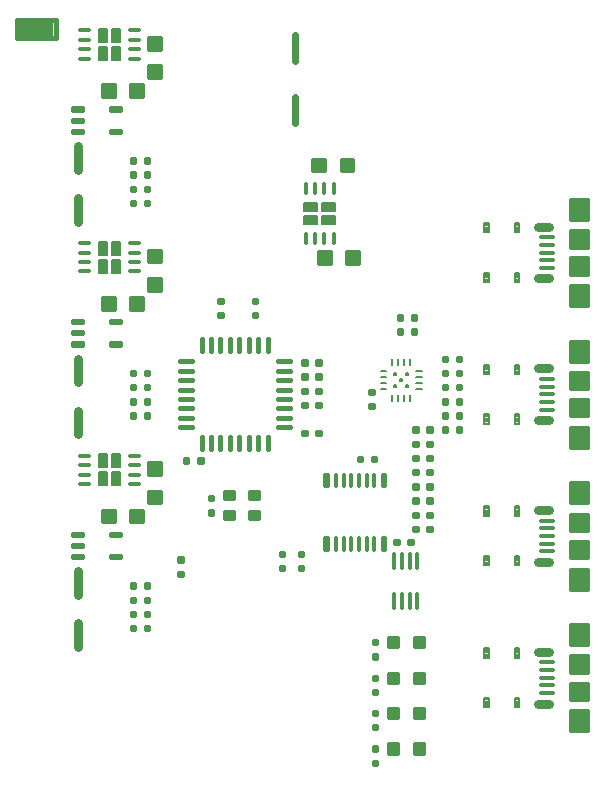
<source format=gtp>
G75*
%MOIN*%
%OFA0B0*%
%FSLAX25Y25*%
%IPPOS*%
%LPD*%
%AMOC8*
5,1,8,0,0,1.08239X$1,22.5*
%
%ADD10C,0.01575*%
%ADD11C,0.00787*%
%ADD12R,0.00787X0.00787*%
%ADD13C,0.03150*%
%ADD14C,0.01181*%
%ADD15R,0.05906X0.06693*%
%ADD16R,0.05906X0.05512*%
%ADD17R,0.03543X0.01181*%
%ADD18R,0.01181X0.01181*%
%ADD19R,0.03937X0.03937*%
%ADD20C,0.02362*%
%ADD21R,0.03150X0.03150*%
%ADD22R,0.04331X0.02756*%
%ADD23R,0.02756X0.04331*%
%ADD24R,0.11811X0.04724*%
%ADD25R,0.03543X0.02756*%
D10*
X0352556Y0188433D02*
X0352556Y0188827D01*
X0355312Y0188827D01*
X0355312Y0188433D01*
X0352556Y0188433D01*
X0352556Y0192173D02*
X0352556Y0192567D01*
X0355312Y0192567D01*
X0355312Y0192173D01*
X0352556Y0192173D01*
X0352556Y0195913D02*
X0352556Y0196307D01*
X0355312Y0196307D01*
X0355312Y0195913D01*
X0352556Y0195913D01*
X0362398Y0200441D02*
X0362398Y0203984D01*
X0365942Y0203984D01*
X0365942Y0200441D01*
X0362398Y0200441D01*
X0365154Y0196307D02*
X0367910Y0196307D01*
X0367910Y0195913D01*
X0365154Y0195913D01*
X0365154Y0196307D01*
X0365154Y0188827D02*
X0367910Y0188827D01*
X0367910Y0188433D01*
X0365154Y0188433D01*
X0365154Y0188827D01*
X0372044Y0179378D02*
X0372831Y0179378D01*
X0372831Y0178591D01*
X0372044Y0178591D01*
X0372044Y0179378D01*
X0376768Y0179378D02*
X0377556Y0179378D01*
X0377556Y0178591D01*
X0376768Y0178591D01*
X0376768Y0179378D01*
X0376768Y0174654D02*
X0377556Y0174654D01*
X0377556Y0173866D01*
X0376768Y0173866D01*
X0376768Y0174654D01*
X0372831Y0174654D02*
X0372831Y0173866D01*
X0372044Y0173866D01*
X0372044Y0174654D01*
X0372831Y0174654D01*
X0372831Y0169929D02*
X0372831Y0169142D01*
X0372044Y0169142D01*
X0372044Y0169929D01*
X0372831Y0169929D01*
X0376768Y0169929D02*
X0377556Y0169929D01*
X0377556Y0169142D01*
X0376768Y0169142D01*
X0376768Y0169929D01*
X0376768Y0165205D02*
X0377556Y0165205D01*
X0377556Y0164417D01*
X0376768Y0164417D01*
X0376768Y0165205D01*
X0372831Y0165205D02*
X0372831Y0164417D01*
X0372044Y0164417D01*
X0372044Y0165205D01*
X0372831Y0165205D01*
X0387792Y0182528D02*
X0387792Y0183315D01*
X0388579Y0183315D01*
X0388579Y0182528D01*
X0387792Y0182528D01*
X0387792Y0187252D02*
X0387792Y0188039D01*
X0388579Y0188039D01*
X0388579Y0187252D01*
X0387792Y0187252D01*
X0375390Y0200441D02*
X0371847Y0200441D01*
X0371847Y0203984D01*
X0375390Y0203984D01*
X0375390Y0200441D01*
X0377753Y0206740D02*
X0377753Y0210283D01*
X0381296Y0210283D01*
X0381296Y0206740D01*
X0377753Y0206740D01*
X0377753Y0216189D02*
X0377753Y0219732D01*
X0381296Y0219732D01*
X0381296Y0216189D01*
X0377753Y0216189D01*
X0389760Y0220323D02*
X0389760Y0221110D01*
X0390548Y0221110D01*
X0390548Y0220323D01*
X0389760Y0220323D01*
X0394485Y0220323D02*
X0394485Y0221110D01*
X0395272Y0221110D01*
X0395272Y0220323D01*
X0394485Y0220323D01*
X0395272Y0224457D02*
X0395272Y0228394D01*
X0398422Y0228394D02*
X0398422Y0224457D01*
X0401572Y0224457D02*
X0401572Y0228394D01*
X0404721Y0228394D02*
X0404721Y0224457D01*
X0407871Y0224457D02*
X0407871Y0228394D01*
X0411020Y0228394D02*
X0411020Y0224457D01*
X0414170Y0224457D02*
X0414170Y0228394D01*
X0417320Y0228394D02*
X0417320Y0224457D01*
X0429131Y0229378D02*
X0429131Y0230165D01*
X0429918Y0230165D01*
X0429918Y0229378D01*
X0429131Y0229378D01*
X0433855Y0229378D02*
X0433855Y0230165D01*
X0434642Y0230165D01*
X0434642Y0229378D01*
X0433855Y0229378D01*
X0424603Y0231740D02*
X0420666Y0231740D01*
X0420666Y0234890D02*
X0424603Y0234890D01*
X0424603Y0238039D02*
X0420666Y0238039D01*
X0420666Y0241189D02*
X0424603Y0241189D01*
X0424603Y0244339D02*
X0420666Y0244339D01*
X0420666Y0247488D02*
X0424603Y0247488D01*
X0424603Y0250638D02*
X0420666Y0250638D01*
X0420666Y0253787D02*
X0424603Y0253787D01*
X0429131Y0253787D02*
X0429131Y0253000D01*
X0429918Y0253000D01*
X0429918Y0253787D01*
X0429131Y0253787D01*
X0433855Y0253787D02*
X0433855Y0253000D01*
X0434642Y0253000D01*
X0434642Y0253787D01*
X0433855Y0253787D01*
X0433855Y0249063D02*
X0433855Y0248276D01*
X0434642Y0248276D01*
X0434642Y0249063D01*
X0433855Y0249063D01*
X0429918Y0249063D02*
X0429918Y0248276D01*
X0429131Y0248276D01*
X0429131Y0249063D01*
X0429918Y0249063D01*
X0429918Y0244339D02*
X0429918Y0243551D01*
X0429131Y0243551D01*
X0429131Y0244339D01*
X0429918Y0244339D01*
X0433855Y0244339D02*
X0433855Y0243551D01*
X0434642Y0243551D01*
X0434642Y0244339D01*
X0433855Y0244339D01*
X0433855Y0239614D02*
X0433855Y0238827D01*
X0434642Y0238827D01*
X0434642Y0239614D01*
X0433855Y0239614D01*
X0429918Y0239614D02*
X0429918Y0238827D01*
X0429131Y0238827D01*
X0429131Y0239614D01*
X0429918Y0239614D01*
X0451572Y0239220D02*
X0452359Y0239220D01*
X0452359Y0238433D01*
X0451572Y0238433D01*
X0451572Y0239220D01*
X0451572Y0243157D02*
X0451572Y0243945D01*
X0452359Y0243945D01*
X0452359Y0243157D01*
X0451572Y0243157D01*
X0466138Y0231346D02*
X0466926Y0231346D01*
X0466926Y0230559D01*
X0466138Y0230559D01*
X0466138Y0231346D01*
X0466138Y0226622D02*
X0466138Y0225835D01*
X0466926Y0225835D01*
X0466926Y0226622D01*
X0466138Y0226622D01*
X0466138Y0221898D02*
X0466926Y0221898D01*
X0466926Y0221110D01*
X0466138Y0221110D01*
X0466138Y0221898D01*
X0466138Y0217173D02*
X0466138Y0216386D01*
X0466926Y0216386D01*
X0466926Y0217173D01*
X0466138Y0217173D01*
X0466138Y0212449D02*
X0466926Y0212449D01*
X0466926Y0211661D01*
X0466138Y0211661D01*
X0466138Y0212449D01*
X0466138Y0207724D02*
X0466138Y0206937D01*
X0466926Y0206937D01*
X0466926Y0207724D01*
X0466138Y0207724D01*
X0466138Y0203000D02*
X0466926Y0203000D01*
X0466926Y0202213D01*
X0466138Y0202213D01*
X0466138Y0203000D01*
X0466138Y0198276D02*
X0466138Y0197488D01*
X0466926Y0197488D01*
X0466926Y0198276D01*
X0466138Y0198276D01*
X0465351Y0193945D02*
X0465351Y0193157D01*
X0464564Y0193157D01*
X0464564Y0193945D01*
X0465351Y0193945D01*
X0460627Y0193945D02*
X0460627Y0193157D01*
X0459839Y0193157D01*
X0459839Y0193945D01*
X0460627Y0193945D01*
X0470863Y0197488D02*
X0470863Y0198276D01*
X0471650Y0198276D01*
X0471650Y0197488D01*
X0470863Y0197488D01*
X0470863Y0202213D02*
X0470863Y0203000D01*
X0471650Y0203000D01*
X0471650Y0202213D01*
X0470863Y0202213D01*
X0470863Y0206937D02*
X0470863Y0207724D01*
X0471650Y0207724D01*
X0471650Y0206937D01*
X0470863Y0206937D01*
X0470863Y0211661D02*
X0470863Y0212449D01*
X0471650Y0212449D01*
X0471650Y0211661D01*
X0470863Y0211661D01*
X0470863Y0216386D02*
X0470863Y0217173D01*
X0471650Y0217173D01*
X0471650Y0216386D01*
X0470863Y0216386D01*
X0470863Y0221110D02*
X0470863Y0221898D01*
X0471650Y0221898D01*
X0471650Y0221110D01*
X0470863Y0221110D01*
X0470863Y0225835D02*
X0470863Y0226622D01*
X0471650Y0226622D01*
X0471650Y0225835D01*
X0470863Y0225835D01*
X0470863Y0230559D02*
X0470863Y0231346D01*
X0471650Y0231346D01*
X0471650Y0230559D01*
X0470863Y0230559D01*
X0475981Y0230559D02*
X0475981Y0231346D01*
X0476768Y0231346D01*
X0476768Y0230559D01*
X0475981Y0230559D01*
X0480705Y0230559D02*
X0480705Y0231346D01*
X0481493Y0231346D01*
X0481493Y0230559D01*
X0480705Y0230559D01*
X0480705Y0235283D02*
X0480705Y0236071D01*
X0481493Y0236071D01*
X0481493Y0235283D01*
X0480705Y0235283D01*
X0476768Y0235283D02*
X0476768Y0236071D01*
X0475981Y0236071D01*
X0475981Y0235283D01*
X0476768Y0235283D01*
X0476768Y0240008D02*
X0476768Y0240795D01*
X0475981Y0240795D01*
X0475981Y0240008D01*
X0476768Y0240008D01*
X0480705Y0240008D02*
X0480705Y0240795D01*
X0481493Y0240795D01*
X0481493Y0240008D01*
X0480705Y0240008D01*
X0480705Y0244732D02*
X0480705Y0245520D01*
X0481493Y0245520D01*
X0481493Y0244732D01*
X0480705Y0244732D01*
X0476768Y0244732D02*
X0476768Y0245520D01*
X0475981Y0245520D01*
X0475981Y0244732D01*
X0476768Y0244732D01*
X0476768Y0249457D02*
X0476768Y0250244D01*
X0475981Y0250244D01*
X0475981Y0249457D01*
X0476768Y0249457D01*
X0480705Y0249457D02*
X0480705Y0250244D01*
X0481493Y0250244D01*
X0481493Y0249457D01*
X0480705Y0249457D01*
X0480705Y0254181D02*
X0480705Y0254969D01*
X0481493Y0254969D01*
X0481493Y0254181D01*
X0480705Y0254181D01*
X0476768Y0254181D02*
X0476768Y0254969D01*
X0475981Y0254969D01*
X0475981Y0254181D01*
X0476768Y0254181D01*
X0466532Y0263236D02*
X0465745Y0263236D01*
X0465745Y0264024D01*
X0466532Y0264024D01*
X0466532Y0263236D01*
X0461808Y0263236D02*
X0461020Y0263236D01*
X0461020Y0264024D01*
X0461808Y0264024D01*
X0461808Y0263236D01*
X0461808Y0267961D02*
X0461020Y0267961D01*
X0461020Y0268748D01*
X0461808Y0268748D01*
X0461808Y0267961D01*
X0465745Y0267961D02*
X0465745Y0268748D01*
X0466532Y0268748D01*
X0466532Y0267961D01*
X0465745Y0267961D01*
X0447438Y0286661D02*
X0443894Y0286661D01*
X0443894Y0290205D01*
X0447438Y0290205D01*
X0447438Y0286661D01*
X0437989Y0286661D02*
X0434446Y0286661D01*
X0434446Y0290205D01*
X0437989Y0290205D01*
X0437989Y0286661D01*
X0413383Y0274260D02*
X0412595Y0274260D01*
X0412595Y0273472D01*
X0413383Y0273472D01*
X0413383Y0274260D01*
X0413383Y0269535D02*
X0412595Y0269535D01*
X0412595Y0268748D01*
X0413383Y0268748D01*
X0413383Y0269535D01*
X0414170Y0261071D02*
X0414170Y0257134D01*
X0417320Y0257134D02*
X0417320Y0261071D01*
X0411020Y0261071D02*
X0411020Y0257134D01*
X0407871Y0257134D02*
X0407871Y0261071D01*
X0404721Y0261071D02*
X0404721Y0257134D01*
X0401572Y0257134D02*
X0401572Y0261071D01*
X0398422Y0261071D02*
X0398422Y0257134D01*
X0395272Y0257134D02*
X0395272Y0261071D01*
X0401178Y0268748D02*
X0401178Y0269535D01*
X0401965Y0269535D01*
X0401965Y0268748D01*
X0401178Y0268748D01*
X0401178Y0273472D02*
X0401178Y0274260D01*
X0401965Y0274260D01*
X0401965Y0273472D01*
X0401178Y0273472D01*
X0381296Y0277606D02*
X0381296Y0281150D01*
X0377753Y0281150D01*
X0377753Y0277606D01*
X0381296Y0277606D01*
X0375390Y0274850D02*
X0375390Y0271307D01*
X0371847Y0271307D01*
X0371847Y0274850D01*
X0375390Y0274850D01*
X0365942Y0274850D02*
X0365942Y0271307D01*
X0362398Y0271307D01*
X0362398Y0274850D01*
X0365942Y0274850D01*
X0365154Y0267173D02*
X0367910Y0267173D01*
X0367910Y0266780D01*
X0365154Y0266780D01*
X0365154Y0267173D01*
X0355312Y0267173D02*
X0352556Y0267173D01*
X0352556Y0266780D01*
X0355312Y0266780D01*
X0355312Y0267173D01*
X0355312Y0263433D02*
X0352556Y0263433D01*
X0352556Y0263039D01*
X0355312Y0263039D01*
X0355312Y0263433D01*
X0355312Y0259693D02*
X0352556Y0259693D01*
X0352556Y0259299D01*
X0355312Y0259299D01*
X0355312Y0259693D01*
X0365154Y0259693D02*
X0367910Y0259693D01*
X0367910Y0259299D01*
X0365154Y0259299D01*
X0365154Y0259693D01*
X0372044Y0250244D02*
X0372044Y0249457D01*
X0372831Y0249457D01*
X0372831Y0250244D01*
X0372044Y0250244D01*
X0372044Y0245520D02*
X0372831Y0245520D01*
X0372831Y0244732D01*
X0372044Y0244732D01*
X0372044Y0245520D01*
X0376768Y0245520D02*
X0377556Y0245520D01*
X0377556Y0244732D01*
X0376768Y0244732D01*
X0376768Y0245520D01*
X0376768Y0249457D02*
X0376768Y0250244D01*
X0377556Y0250244D01*
X0377556Y0249457D01*
X0376768Y0249457D01*
X0376768Y0240795D02*
X0377556Y0240795D01*
X0377556Y0240008D01*
X0376768Y0240008D01*
X0376768Y0240795D01*
X0372831Y0240795D02*
X0372831Y0240008D01*
X0372044Y0240008D01*
X0372044Y0240795D01*
X0372831Y0240795D01*
X0372831Y0236071D02*
X0372831Y0235283D01*
X0372044Y0235283D01*
X0372044Y0236071D01*
X0372831Y0236071D01*
X0376768Y0236071D02*
X0376768Y0235283D01*
X0377556Y0235283D01*
X0377556Y0236071D01*
X0376768Y0236071D01*
X0387989Y0234890D02*
X0391926Y0234890D01*
X0391926Y0238039D02*
X0387989Y0238039D01*
X0387989Y0241189D02*
X0391926Y0241189D01*
X0391926Y0244339D02*
X0387989Y0244339D01*
X0387989Y0247488D02*
X0391926Y0247488D01*
X0391926Y0250638D02*
X0387989Y0250638D01*
X0387989Y0253787D02*
X0391926Y0253787D01*
X0391926Y0231740D02*
X0387989Y0231740D01*
X0398028Y0208512D02*
X0398816Y0208512D01*
X0398816Y0207724D01*
X0398028Y0207724D01*
X0398028Y0208512D01*
X0398028Y0203787D02*
X0398816Y0203787D01*
X0398816Y0203000D01*
X0398028Y0203000D01*
X0398028Y0203787D01*
X0403146Y0203394D02*
X0403146Y0201425D01*
X0405902Y0201425D01*
X0405902Y0203394D01*
X0403146Y0203394D01*
X0403146Y0208118D02*
X0403146Y0210087D01*
X0405902Y0210087D01*
X0405902Y0208118D01*
X0403146Y0208118D01*
X0411414Y0208118D02*
X0411414Y0210087D01*
X0414170Y0210087D01*
X0414170Y0208118D01*
X0411414Y0208118D01*
X0411414Y0203394D02*
X0411414Y0201425D01*
X0414170Y0201425D01*
X0414170Y0203394D01*
X0411414Y0203394D01*
X0421650Y0190008D02*
X0422438Y0190008D01*
X0422438Y0189220D01*
X0421650Y0189220D01*
X0421650Y0190008D01*
X0421650Y0185283D02*
X0422438Y0185283D01*
X0422438Y0184496D01*
X0421650Y0184496D01*
X0421650Y0185283D01*
X0427949Y0185283D02*
X0428737Y0185283D01*
X0428737Y0184496D01*
X0427949Y0184496D01*
X0427949Y0185283D01*
X0427949Y0189220D02*
X0427949Y0190008D01*
X0428737Y0190008D01*
X0428737Y0189220D01*
X0427949Y0189220D01*
X0447635Y0220717D02*
X0447635Y0221504D01*
X0448422Y0221504D01*
X0448422Y0220717D01*
X0447635Y0220717D01*
X0452359Y0220717D02*
X0452359Y0221504D01*
X0453146Y0221504D01*
X0453146Y0220717D01*
X0452359Y0220717D01*
X0518304Y0225244D02*
X0523816Y0225244D01*
X0523816Y0231543D01*
X0518304Y0231543D01*
X0518304Y0225244D01*
X0518304Y0235677D02*
X0523816Y0235677D01*
X0523816Y0240795D01*
X0518304Y0240795D01*
X0518304Y0235677D01*
X0518304Y0244732D02*
X0518304Y0249850D01*
X0523816Y0249850D01*
X0523816Y0244732D01*
X0518304Y0244732D01*
X0518304Y0253984D02*
X0523816Y0253984D01*
X0523816Y0260283D01*
X0518304Y0260283D01*
X0518304Y0253984D01*
X0518304Y0272488D02*
X0523816Y0272488D01*
X0523816Y0278787D01*
X0518304Y0278787D01*
X0518304Y0272488D01*
X0518304Y0282921D02*
X0523816Y0282921D01*
X0523816Y0288039D01*
X0518304Y0288039D01*
X0518304Y0282921D01*
X0518304Y0291976D02*
X0518304Y0297094D01*
X0523816Y0297094D01*
X0523816Y0291976D01*
X0518304Y0291976D01*
X0518304Y0301228D02*
X0523816Y0301228D01*
X0523816Y0307528D01*
X0518304Y0307528D01*
X0518304Y0301228D01*
X0445469Y0317370D02*
X0441926Y0317370D01*
X0441926Y0320913D01*
X0445469Y0320913D01*
X0445469Y0317370D01*
X0436020Y0317370D02*
X0436020Y0320913D01*
X0432477Y0320913D01*
X0432477Y0317370D01*
X0436020Y0317370D01*
X0381296Y0290598D02*
X0381296Y0287055D01*
X0377753Y0287055D01*
X0377753Y0290598D01*
X0381296Y0290598D01*
X0377556Y0306150D02*
X0376768Y0306150D01*
X0376768Y0306937D01*
X0377556Y0306937D01*
X0377556Y0306150D01*
X0377556Y0310874D02*
X0377556Y0311661D01*
X0376768Y0311661D01*
X0376768Y0310874D01*
X0377556Y0310874D01*
X0377556Y0315598D02*
X0377556Y0316386D01*
X0376768Y0316386D01*
X0376768Y0315598D01*
X0377556Y0315598D01*
X0372831Y0315598D02*
X0372831Y0316386D01*
X0372044Y0316386D01*
X0372044Y0315598D01*
X0372831Y0315598D01*
X0372831Y0311661D02*
X0372831Y0310874D01*
X0372044Y0310874D01*
X0372044Y0311661D01*
X0372831Y0311661D01*
X0372831Y0306937D02*
X0372831Y0306150D01*
X0372044Y0306150D01*
X0372044Y0306937D01*
X0372831Y0306937D01*
X0372831Y0320323D02*
X0372044Y0320323D01*
X0372044Y0321110D01*
X0372831Y0321110D01*
X0372831Y0320323D01*
X0376768Y0320323D02*
X0376768Y0321110D01*
X0377556Y0321110D01*
X0377556Y0320323D01*
X0376768Y0320323D01*
X0367910Y0330165D02*
X0365154Y0330165D01*
X0365154Y0330559D01*
X0367910Y0330559D01*
X0367910Y0330165D01*
X0367910Y0337646D02*
X0365154Y0337646D01*
X0365154Y0338039D01*
X0367910Y0338039D01*
X0367910Y0337646D01*
X0365942Y0342173D02*
X0362398Y0342173D01*
X0362398Y0345717D01*
X0365942Y0345717D01*
X0365942Y0342173D01*
X0371847Y0342173D02*
X0371847Y0345717D01*
X0375390Y0345717D01*
X0375390Y0342173D01*
X0371847Y0342173D01*
X0377753Y0348472D02*
X0377753Y0352016D01*
X0381296Y0352016D01*
X0381296Y0348472D01*
X0377753Y0348472D01*
X0377753Y0357921D02*
X0377753Y0361465D01*
X0381296Y0361465D01*
X0381296Y0357921D01*
X0377753Y0357921D01*
X0346650Y0361465D02*
X0346650Y0367370D01*
X0333658Y0367370D01*
X0333658Y0361465D01*
X0346650Y0361465D01*
X0352556Y0338039D02*
X0355312Y0338039D01*
X0355312Y0337646D01*
X0352556Y0337646D01*
X0352556Y0338039D01*
X0352556Y0334299D02*
X0355312Y0334299D01*
X0355312Y0333906D01*
X0352556Y0333906D01*
X0352556Y0334299D01*
X0352556Y0330559D02*
X0355312Y0330559D01*
X0355312Y0330165D01*
X0352556Y0330165D01*
X0352556Y0330559D01*
X0518304Y0213039D02*
X0523816Y0213039D01*
X0523816Y0206740D01*
X0518304Y0206740D01*
X0518304Y0213039D01*
X0518304Y0202606D02*
X0523816Y0202606D01*
X0523816Y0197488D01*
X0518304Y0197488D01*
X0518304Y0202606D01*
X0518304Y0193551D02*
X0523816Y0193551D01*
X0523816Y0188433D01*
X0518304Y0188433D01*
X0518304Y0193551D01*
X0518304Y0184299D02*
X0523816Y0184299D01*
X0523816Y0178000D01*
X0518304Y0178000D01*
X0518304Y0184299D01*
X0518304Y0165795D02*
X0523816Y0165795D01*
X0523816Y0159496D01*
X0518304Y0159496D01*
X0518304Y0165795D01*
X0518304Y0155362D02*
X0523816Y0155362D01*
X0523816Y0150244D01*
X0518304Y0150244D01*
X0518304Y0155362D01*
X0518304Y0146307D02*
X0523816Y0146307D01*
X0523816Y0141189D01*
X0518304Y0141189D01*
X0518304Y0146307D01*
X0518304Y0137055D02*
X0523816Y0137055D01*
X0523816Y0130756D01*
X0518304Y0130756D01*
X0518304Y0137055D01*
X0469091Y0137843D02*
X0469091Y0135087D01*
X0466335Y0135087D01*
X0466335Y0137843D01*
X0469091Y0137843D01*
X0460430Y0137843D02*
X0460430Y0135087D01*
X0457674Y0135087D01*
X0457674Y0137843D01*
X0460430Y0137843D01*
X0453540Y0136858D02*
X0452753Y0136858D01*
X0452753Y0136071D01*
X0453540Y0136071D01*
X0453540Y0136858D01*
X0453540Y0132134D02*
X0452753Y0132134D01*
X0452753Y0131346D01*
X0453540Y0131346D01*
X0453540Y0132134D01*
X0453540Y0125047D02*
X0452753Y0125047D01*
X0452753Y0124260D01*
X0453540Y0124260D01*
X0453540Y0125047D01*
X0457674Y0126031D02*
X0460430Y0126031D01*
X0460430Y0123276D01*
X0457674Y0123276D01*
X0457674Y0126031D01*
X0453540Y0120323D02*
X0452753Y0120323D01*
X0452753Y0119535D01*
X0453540Y0119535D01*
X0453540Y0120323D01*
X0466335Y0123276D02*
X0466335Y0126031D01*
X0469091Y0126031D01*
X0469091Y0123276D01*
X0466335Y0123276D01*
X0466335Y0146898D02*
X0466335Y0149654D01*
X0469091Y0149654D01*
X0469091Y0146898D01*
X0466335Y0146898D01*
X0460430Y0146898D02*
X0457674Y0146898D01*
X0457674Y0149654D01*
X0460430Y0149654D01*
X0460430Y0146898D01*
X0453540Y0147882D02*
X0452753Y0147882D01*
X0452753Y0148669D01*
X0453540Y0148669D01*
X0453540Y0147882D01*
X0453540Y0143945D02*
X0452753Y0143945D01*
X0452753Y0143157D01*
X0453540Y0143157D01*
X0453540Y0143945D01*
X0453540Y0154969D02*
X0452753Y0154969D01*
X0452753Y0155756D01*
X0453540Y0155756D01*
X0453540Y0154969D01*
X0453540Y0159693D02*
X0452753Y0159693D01*
X0452753Y0160480D01*
X0453540Y0160480D01*
X0453540Y0159693D01*
X0457674Y0158709D02*
X0457674Y0161465D01*
X0460430Y0161465D01*
X0460430Y0158709D01*
X0457674Y0158709D01*
X0466335Y0158709D02*
X0466335Y0161465D01*
X0469091Y0161465D01*
X0469091Y0158709D01*
X0466335Y0158709D01*
D11*
X0489367Y0158118D02*
X0489367Y0154969D01*
X0490942Y0154969D01*
X0490942Y0158118D01*
X0489367Y0158118D01*
X0489367Y0157550D02*
X0490942Y0157550D01*
X0490942Y0156764D02*
X0489367Y0156764D01*
X0489367Y0155978D02*
X0490942Y0155978D01*
X0490942Y0155192D02*
X0489367Y0155192D01*
X0499603Y0155192D02*
X0501178Y0155192D01*
X0501178Y0154969D02*
X0499603Y0154969D01*
X0499603Y0158118D01*
X0501178Y0158118D01*
X0501178Y0154969D01*
X0501178Y0155978D02*
X0499603Y0155978D01*
X0499603Y0156764D02*
X0501178Y0156764D01*
X0501178Y0157550D02*
X0499603Y0157550D01*
X0499603Y0141583D02*
X0501178Y0141583D01*
X0501178Y0138433D01*
X0499603Y0138433D01*
X0499603Y0141583D01*
X0499603Y0141046D02*
X0501178Y0141046D01*
X0501178Y0140260D02*
X0499603Y0140260D01*
X0499603Y0139474D02*
X0501178Y0139474D01*
X0501178Y0138688D02*
X0499603Y0138688D01*
X0490942Y0138688D02*
X0489367Y0138688D01*
X0489367Y0138433D02*
X0490942Y0138433D01*
X0490942Y0141583D01*
X0489367Y0141583D01*
X0489367Y0138433D01*
X0489367Y0139474D02*
X0490942Y0139474D01*
X0490942Y0140260D02*
X0489367Y0140260D01*
X0489367Y0141046D02*
X0490942Y0141046D01*
X0490942Y0185677D02*
X0489367Y0185677D01*
X0489367Y0188827D01*
X0490942Y0188827D01*
X0490942Y0185677D01*
X0490942Y0185843D02*
X0489367Y0185843D01*
X0489367Y0186629D02*
X0490942Y0186629D01*
X0490942Y0187415D02*
X0489367Y0187415D01*
X0489367Y0188201D02*
X0490942Y0188201D01*
X0499603Y0188201D02*
X0501178Y0188201D01*
X0501178Y0188827D02*
X0501178Y0185677D01*
X0499603Y0185677D01*
X0499603Y0188827D01*
X0501178Y0188827D01*
X0501178Y0187415D02*
X0499603Y0187415D01*
X0499603Y0186629D02*
X0501178Y0186629D01*
X0501178Y0185843D02*
X0499603Y0185843D01*
X0499603Y0202213D02*
X0501178Y0202213D01*
X0501178Y0205362D01*
X0499603Y0205362D01*
X0499603Y0202213D01*
X0499603Y0202347D02*
X0501178Y0202347D01*
X0501178Y0203133D02*
X0499603Y0203133D01*
X0499603Y0203919D02*
X0501178Y0203919D01*
X0501178Y0204705D02*
X0499603Y0204705D01*
X0490942Y0204705D02*
X0489367Y0204705D01*
X0489367Y0205362D02*
X0490942Y0205362D01*
X0490942Y0202213D01*
X0489367Y0202213D01*
X0489367Y0205362D01*
X0489367Y0203919D02*
X0490942Y0203919D01*
X0490942Y0203133D02*
X0489367Y0203133D01*
X0489367Y0202347D02*
X0490942Y0202347D01*
X0490942Y0232921D02*
X0489367Y0232921D01*
X0489367Y0236071D01*
X0490942Y0236071D01*
X0490942Y0232921D01*
X0490942Y0232998D02*
X0489367Y0232998D01*
X0489367Y0233784D02*
X0490942Y0233784D01*
X0490942Y0234570D02*
X0489367Y0234570D01*
X0489367Y0235356D02*
X0490942Y0235356D01*
X0499603Y0235356D02*
X0501178Y0235356D01*
X0501178Y0236071D02*
X0501178Y0232921D01*
X0499603Y0232921D01*
X0499603Y0236071D01*
X0501178Y0236071D01*
X0501178Y0234570D02*
X0499603Y0234570D01*
X0499603Y0233784D02*
X0501178Y0233784D01*
X0501178Y0232998D02*
X0499603Y0232998D01*
X0499603Y0249457D02*
X0501178Y0249457D01*
X0501178Y0252606D01*
X0499603Y0252606D01*
X0499603Y0249457D01*
X0499603Y0249502D02*
X0501178Y0249502D01*
X0501178Y0250288D02*
X0499603Y0250288D01*
X0499603Y0251074D02*
X0501178Y0251074D01*
X0501178Y0251860D02*
X0499603Y0251860D01*
X0490942Y0251860D02*
X0489367Y0251860D01*
X0489367Y0252606D02*
X0490942Y0252606D01*
X0490942Y0249457D01*
X0489367Y0249457D01*
X0489367Y0252606D01*
X0489367Y0251074D02*
X0490942Y0251074D01*
X0490942Y0250288D02*
X0489367Y0250288D01*
X0489367Y0249502D02*
X0490942Y0249502D01*
X0468698Y0250441D02*
X0466729Y0250441D01*
X0466729Y0248472D02*
X0468698Y0248472D01*
X0468698Y0246504D02*
X0466729Y0246504D01*
X0466729Y0244535D02*
X0468698Y0244535D01*
X0464760Y0242567D02*
X0464760Y0240598D01*
X0462792Y0240598D02*
X0462792Y0242567D01*
X0460823Y0242567D02*
X0460823Y0240598D01*
X0458855Y0240598D02*
X0458855Y0242567D01*
X0459446Y0245126D02*
X0459446Y0245913D01*
X0460233Y0245913D01*
X0460233Y0245126D01*
X0459446Y0245126D01*
X0456886Y0244535D02*
X0454918Y0244535D01*
X0454918Y0246504D02*
X0456886Y0246504D01*
X0456886Y0248472D02*
X0454918Y0248472D01*
X0454918Y0250441D02*
X0456886Y0250441D01*
X0459446Y0249850D02*
X0459446Y0249063D01*
X0460233Y0249063D01*
X0460233Y0249850D01*
X0459446Y0249850D01*
X0458855Y0252409D02*
X0458855Y0254378D01*
X0460823Y0254378D02*
X0460823Y0252409D01*
X0462792Y0252409D02*
X0462792Y0254378D01*
X0464760Y0254378D02*
X0464760Y0252409D01*
X0464170Y0249850D02*
X0464170Y0249063D01*
X0463383Y0249063D01*
X0463383Y0249850D01*
X0464170Y0249850D01*
X0462201Y0247882D02*
X0462201Y0247094D01*
X0461414Y0247094D01*
X0461414Y0247882D01*
X0462201Y0247882D01*
X0463383Y0245913D02*
X0463383Y0245126D01*
X0464170Y0245126D01*
X0464170Y0245913D01*
X0463383Y0245913D01*
X0489367Y0280165D02*
X0490942Y0280165D01*
X0490942Y0283315D01*
X0489367Y0283315D01*
X0489367Y0280165D01*
X0489367Y0280939D02*
X0490942Y0280939D01*
X0490942Y0281724D02*
X0489367Y0281724D01*
X0489367Y0282510D02*
X0490942Y0282510D01*
X0490942Y0283296D02*
X0489367Y0283296D01*
X0499603Y0283296D02*
X0501178Y0283296D01*
X0501178Y0283315D02*
X0501178Y0280165D01*
X0499603Y0280165D01*
X0499603Y0283315D01*
X0501178Y0283315D01*
X0501178Y0282510D02*
X0499603Y0282510D01*
X0499603Y0281724D02*
X0501178Y0281724D01*
X0501178Y0280939D02*
X0499603Y0280939D01*
X0499603Y0296701D02*
X0501178Y0296701D01*
X0501178Y0299850D01*
X0499603Y0299850D01*
X0499603Y0296701D01*
X0499603Y0297443D02*
X0501178Y0297443D01*
X0501178Y0298229D02*
X0499603Y0298229D01*
X0499603Y0299015D02*
X0501178Y0299015D01*
X0501178Y0299800D02*
X0499603Y0299800D01*
X0490942Y0299800D02*
X0489367Y0299800D01*
X0489367Y0299850D02*
X0490942Y0299850D01*
X0490942Y0296701D01*
X0489367Y0296701D01*
X0489367Y0299850D01*
X0489367Y0299015D02*
X0490942Y0299015D01*
X0490942Y0298229D02*
X0489367Y0298229D01*
X0489367Y0297443D02*
X0490942Y0297443D01*
X0439760Y0299457D02*
X0439760Y0302213D01*
X0435430Y0302213D01*
X0435430Y0299457D01*
X0439760Y0299457D01*
X0439760Y0303787D02*
X0439760Y0306543D01*
X0435430Y0306543D01*
X0435430Y0303787D01*
X0439760Y0303787D01*
X0433855Y0303787D02*
X0433855Y0306543D01*
X0429524Y0306543D01*
X0429524Y0303787D01*
X0433855Y0303787D01*
X0433855Y0302213D02*
X0433855Y0299457D01*
X0429524Y0299457D01*
X0429524Y0302213D01*
X0433855Y0302213D01*
X0368107Y0293551D02*
X0368107Y0289220D01*
X0365351Y0289220D01*
X0365351Y0293551D01*
X0368107Y0293551D01*
X0363776Y0293551D02*
X0363776Y0289220D01*
X0361020Y0289220D01*
X0361020Y0293551D01*
X0363776Y0293551D01*
X0363776Y0287646D02*
X0363776Y0283315D01*
X0361020Y0283315D01*
X0361020Y0287646D01*
X0363776Y0287646D01*
X0365351Y0287646D02*
X0368107Y0287646D01*
X0368107Y0283315D01*
X0365351Y0283315D01*
X0365351Y0287646D01*
X0365351Y0222685D02*
X0368107Y0222685D01*
X0368107Y0218354D01*
X0365351Y0218354D01*
X0365351Y0222685D01*
X0363776Y0222685D02*
X0363776Y0218354D01*
X0361020Y0218354D01*
X0361020Y0222685D01*
X0363776Y0222685D01*
X0363776Y0216780D02*
X0363776Y0212449D01*
X0361020Y0212449D01*
X0361020Y0216780D01*
X0363776Y0216780D01*
X0365351Y0216780D02*
X0368107Y0216780D01*
X0368107Y0212449D01*
X0365351Y0212449D01*
X0365351Y0216780D01*
X0365351Y0354181D02*
X0368107Y0354181D01*
X0368107Y0358512D01*
X0365351Y0358512D01*
X0365351Y0354181D01*
X0363776Y0354181D02*
X0361020Y0354181D01*
X0361020Y0358512D01*
X0363776Y0358512D01*
X0363776Y0354181D01*
X0363776Y0360087D02*
X0361020Y0360087D01*
X0361020Y0364417D01*
X0363776Y0364417D01*
X0363776Y0360087D01*
X0365351Y0360087D02*
X0368107Y0360087D01*
X0368107Y0364417D01*
X0365351Y0364417D01*
X0365351Y0360087D01*
D12*
X0459839Y0249457D03*
X0461808Y0247488D03*
X0463776Y0245520D03*
X0463776Y0249457D03*
X0459839Y0245520D03*
D13*
X0353934Y0166386D02*
X0353934Y0158512D01*
X0353934Y0175835D02*
X0353934Y0183709D01*
X0353934Y0229378D02*
X0353934Y0237252D01*
X0353934Y0246701D02*
X0353934Y0254575D01*
X0353934Y0300244D02*
X0353934Y0308118D01*
X0353934Y0317567D02*
X0353934Y0325441D01*
X0507379Y0298669D02*
X0511119Y0298669D01*
X0511119Y0281346D02*
X0507379Y0281346D01*
X0507379Y0251425D02*
X0511119Y0251425D01*
X0511119Y0234102D02*
X0507379Y0234102D01*
X0507379Y0204181D02*
X0511119Y0204181D01*
X0511119Y0186858D02*
X0507379Y0186858D01*
X0507379Y0156937D02*
X0511119Y0156937D01*
X0511119Y0139614D02*
X0507379Y0139614D01*
D14*
X0508461Y0143157D02*
X0512398Y0143157D01*
X0512398Y0145717D02*
X0508461Y0145717D01*
X0508461Y0148276D02*
X0512398Y0148276D01*
X0512398Y0150835D02*
X0508461Y0150835D01*
X0508461Y0153394D02*
X0512398Y0153394D01*
X0467221Y0171504D02*
X0467221Y0176228D01*
X0464662Y0176228D02*
X0464662Y0171504D01*
X0462103Y0171504D02*
X0462103Y0176228D01*
X0459544Y0176228D02*
X0459544Y0171504D01*
X0459544Y0184890D02*
X0459544Y0189614D01*
X0462103Y0189614D02*
X0462103Y0184890D01*
X0464662Y0184890D02*
X0464662Y0189614D01*
X0467221Y0189614D02*
X0467221Y0184890D01*
X0456394Y0190795D02*
X0455607Y0190795D01*
X0455607Y0194732D01*
X0456394Y0194732D01*
X0456394Y0190795D01*
X0452851Y0190795D02*
X0452851Y0194732D01*
X0450292Y0194732D02*
X0450292Y0190795D01*
X0447733Y0190795D02*
X0447733Y0194732D01*
X0445174Y0194732D02*
X0445174Y0190795D01*
X0442615Y0190795D02*
X0442615Y0194732D01*
X0440056Y0194732D02*
X0440056Y0190795D01*
X0437300Y0190795D02*
X0436512Y0190795D01*
X0436512Y0194732D01*
X0437300Y0194732D01*
X0437300Y0190795D01*
X0437300Y0212055D02*
X0436512Y0212055D01*
X0436512Y0215992D01*
X0437300Y0215992D01*
X0437300Y0212055D01*
X0440056Y0212055D02*
X0440056Y0215992D01*
X0442615Y0215992D02*
X0442615Y0212055D01*
X0445174Y0212055D02*
X0445174Y0215992D01*
X0447733Y0215992D02*
X0447733Y0212055D01*
X0450292Y0212055D02*
X0450292Y0215992D01*
X0452851Y0215992D02*
X0452851Y0212055D01*
X0455607Y0212055D02*
X0456394Y0212055D01*
X0456394Y0215992D01*
X0455607Y0215992D01*
X0455607Y0212055D01*
X0508461Y0200638D02*
X0512398Y0200638D01*
X0512398Y0198079D02*
X0508461Y0198079D01*
X0508461Y0195520D02*
X0512398Y0195520D01*
X0512398Y0192961D02*
X0508461Y0192961D01*
X0508461Y0190402D02*
X0512398Y0190402D01*
X0512398Y0237646D02*
X0508461Y0237646D01*
X0508461Y0240205D02*
X0512398Y0240205D01*
X0512398Y0242764D02*
X0508461Y0242764D01*
X0508461Y0245323D02*
X0512398Y0245323D01*
X0512398Y0247882D02*
X0508461Y0247882D01*
X0508461Y0284890D02*
X0512398Y0284890D01*
X0512398Y0287449D02*
X0508461Y0287449D01*
X0508461Y0290008D02*
X0512398Y0290008D01*
X0512398Y0292567D02*
X0508461Y0292567D01*
X0508461Y0295126D02*
X0512398Y0295126D01*
X0439367Y0296307D02*
X0439367Y0293157D01*
X0436217Y0293157D02*
X0436217Y0296307D01*
X0433068Y0296307D02*
X0433068Y0293157D01*
X0429918Y0293157D02*
X0429918Y0296307D01*
X0429918Y0309693D02*
X0429918Y0312843D01*
X0433068Y0312843D02*
X0433068Y0309693D01*
X0436217Y0309693D02*
X0436217Y0312843D01*
X0439367Y0312843D02*
X0439367Y0309693D01*
X0374406Y0293157D02*
X0371257Y0293157D01*
X0371257Y0290008D02*
X0374406Y0290008D01*
X0374406Y0286858D02*
X0371257Y0286858D01*
X0371257Y0283709D02*
X0374406Y0283709D01*
X0357871Y0283709D02*
X0354721Y0283709D01*
X0354721Y0286858D02*
X0357871Y0286858D01*
X0357871Y0290008D02*
X0354721Y0290008D01*
X0354721Y0293157D02*
X0357871Y0293157D01*
X0357871Y0354575D02*
X0354721Y0354575D01*
X0354721Y0357724D02*
X0357871Y0357724D01*
X0357871Y0360874D02*
X0354721Y0360874D01*
X0354721Y0364024D02*
X0357871Y0364024D01*
X0371257Y0364024D02*
X0374406Y0364024D01*
X0374406Y0360874D02*
X0371257Y0360874D01*
X0371257Y0357724D02*
X0374406Y0357724D01*
X0374406Y0354575D02*
X0371257Y0354575D01*
X0371257Y0222291D02*
X0374406Y0222291D01*
X0374406Y0219142D02*
X0371257Y0219142D01*
X0371257Y0215992D02*
X0374406Y0215992D01*
X0374406Y0212843D02*
X0371257Y0212843D01*
X0357871Y0212843D02*
X0354721Y0212843D01*
X0354721Y0215992D02*
X0357871Y0215992D01*
X0357871Y0219142D02*
X0354721Y0219142D01*
X0354721Y0222291D02*
X0357871Y0222291D01*
D15*
X0521060Y0228394D03*
X0521060Y0209890D03*
X0521060Y0181150D03*
X0521060Y0162646D03*
X0521060Y0133906D03*
X0521060Y0257134D03*
X0521060Y0275638D03*
X0521060Y0304378D03*
D16*
X0521060Y0294535D03*
X0521060Y0285480D03*
X0521060Y0247291D03*
X0521060Y0238236D03*
X0521060Y0200047D03*
X0521060Y0190992D03*
X0521060Y0152803D03*
X0521060Y0143748D03*
D17*
X0366532Y0188630D03*
X0366532Y0196110D03*
X0353934Y0196110D03*
X0353934Y0192370D03*
X0353934Y0188630D03*
X0353934Y0259496D03*
X0353934Y0263236D03*
X0353934Y0266976D03*
X0366532Y0266976D03*
X0366532Y0259496D03*
X0366532Y0330362D03*
X0366532Y0337843D03*
X0353934Y0337843D03*
X0353934Y0334102D03*
X0353934Y0330362D03*
D18*
X0372438Y0320717D03*
X0377162Y0320717D03*
X0377162Y0315992D03*
X0377162Y0311268D03*
X0372438Y0311268D03*
X0372438Y0315992D03*
X0372438Y0306543D03*
X0377162Y0306543D03*
X0401572Y0273866D03*
X0401572Y0269142D03*
X0412989Y0269142D03*
X0412989Y0273866D03*
X0429524Y0253394D03*
X0434249Y0253394D03*
X0434249Y0248669D03*
X0434249Y0243945D03*
X0434249Y0239220D03*
X0429524Y0239220D03*
X0429524Y0243945D03*
X0429524Y0248669D03*
X0451965Y0243551D03*
X0451965Y0238827D03*
X0466532Y0230953D03*
X0471257Y0230953D03*
X0471257Y0226228D03*
X0471257Y0221504D03*
X0471257Y0216780D03*
X0466532Y0216780D03*
X0466532Y0221504D03*
X0466532Y0226228D03*
X0476375Y0230953D03*
X0481099Y0230953D03*
X0481099Y0235677D03*
X0476375Y0235677D03*
X0476375Y0240402D03*
X0476375Y0245126D03*
X0481099Y0245126D03*
X0481099Y0249850D03*
X0476375Y0249850D03*
X0476375Y0254575D03*
X0481099Y0254575D03*
X0466138Y0263630D03*
X0461414Y0263630D03*
X0461414Y0268354D03*
X0466138Y0268354D03*
X0481099Y0240402D03*
X0452753Y0221110D03*
X0448028Y0221110D03*
X0434249Y0229772D03*
X0429524Y0229772D03*
X0394879Y0220717D03*
X0390154Y0220717D03*
X0398422Y0208118D03*
X0398422Y0203394D03*
X0388186Y0187646D03*
X0388186Y0182921D03*
X0377162Y0178984D03*
X0377162Y0174260D03*
X0372438Y0174260D03*
X0372438Y0178984D03*
X0372438Y0169535D03*
X0372438Y0164811D03*
X0377162Y0164811D03*
X0377162Y0169535D03*
X0422044Y0184890D03*
X0422044Y0189614D03*
X0428343Y0189614D03*
X0428343Y0184890D03*
X0460233Y0193551D03*
X0464957Y0193551D03*
X0466532Y0197882D03*
X0466532Y0202606D03*
X0471257Y0202606D03*
X0471257Y0197882D03*
X0471257Y0207331D03*
X0471257Y0212055D03*
X0466532Y0212055D03*
X0466532Y0207331D03*
X0453146Y0160087D03*
X0453146Y0155362D03*
X0453146Y0148276D03*
X0453146Y0143551D03*
X0453146Y0136465D03*
X0453146Y0131740D03*
X0453146Y0124654D03*
X0453146Y0119929D03*
X0377162Y0235677D03*
X0372438Y0235677D03*
X0372438Y0240402D03*
X0372438Y0245126D03*
X0377162Y0245126D03*
X0377162Y0249850D03*
X0372438Y0249850D03*
X0377162Y0240402D03*
D19*
X0379524Y0217961D03*
X0379524Y0208512D03*
X0373619Y0202213D03*
X0364170Y0202213D03*
X0364170Y0273079D03*
X0373619Y0273079D03*
X0379524Y0279378D03*
X0379524Y0288827D03*
X0436217Y0288433D03*
X0445666Y0288433D03*
X0443698Y0319142D03*
X0434249Y0319142D03*
X0379524Y0350244D03*
X0373619Y0343945D03*
X0364170Y0343945D03*
X0379524Y0359693D03*
D20*
X0426375Y0362449D02*
X0426375Y0353787D01*
X0426375Y0341976D02*
X0426375Y0333315D01*
D21*
X0459052Y0160087D03*
X0467713Y0160087D03*
X0467713Y0148276D03*
X0459052Y0148276D03*
X0459052Y0136465D03*
X0467713Y0136465D03*
X0467713Y0124654D03*
X0459052Y0124654D03*
D22*
X0437595Y0300835D03*
X0437595Y0305165D03*
X0431690Y0305165D03*
X0431690Y0300835D03*
D23*
X0366729Y0291386D03*
X0362398Y0291386D03*
X0362398Y0285480D03*
X0366729Y0285480D03*
X0366729Y0220520D03*
X0362398Y0220520D03*
X0362398Y0214614D03*
X0366729Y0214614D03*
X0366729Y0356346D03*
X0362398Y0356346D03*
X0362398Y0362252D03*
X0366729Y0362252D03*
D24*
X0340154Y0364417D03*
D25*
X0404524Y0209102D03*
X0404524Y0202409D03*
X0412792Y0202409D03*
X0412792Y0209102D03*
M02*

</source>
